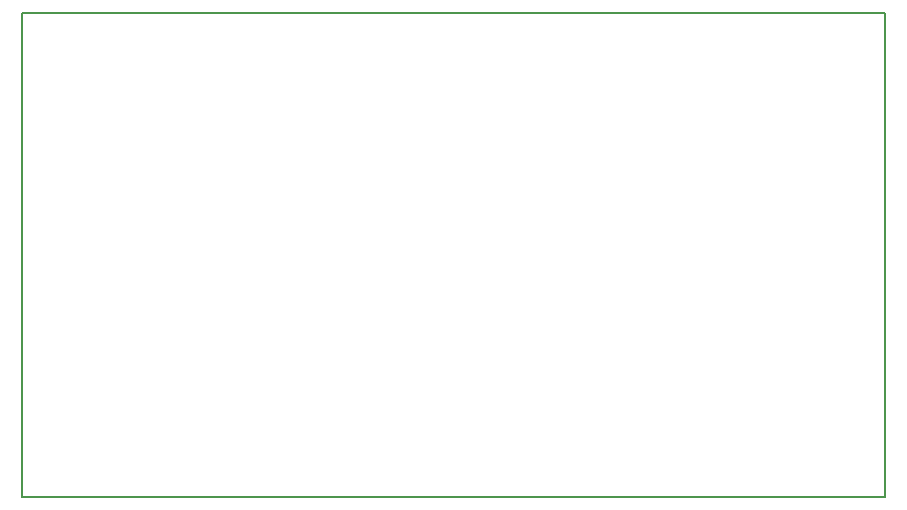
<source format=gbr>
G04 #@! TF.FileFunction,Profile,NP*
%FSLAX46Y46*%
G04 Gerber Fmt 4.6, Leading zero omitted, Abs format (unit mm)*
G04 Created by KiCad (PCBNEW no-vcs-found-product) date Mo 14 Sep 2015 21:18:45 CEST*
%MOMM*%
G01*
G04 APERTURE LIST*
%ADD10C,0.100000*%
%ADD11C,0.150000*%
G04 APERTURE END LIST*
D10*
D11*
X111400000Y-74200000D02*
X111400000Y-115200000D01*
X111400000Y-115200000D02*
X184400000Y-115200000D01*
X184400000Y-74200000D02*
X111400000Y-74200000D01*
X184400000Y-115200000D02*
X184400000Y-74200000D01*
M02*

</source>
